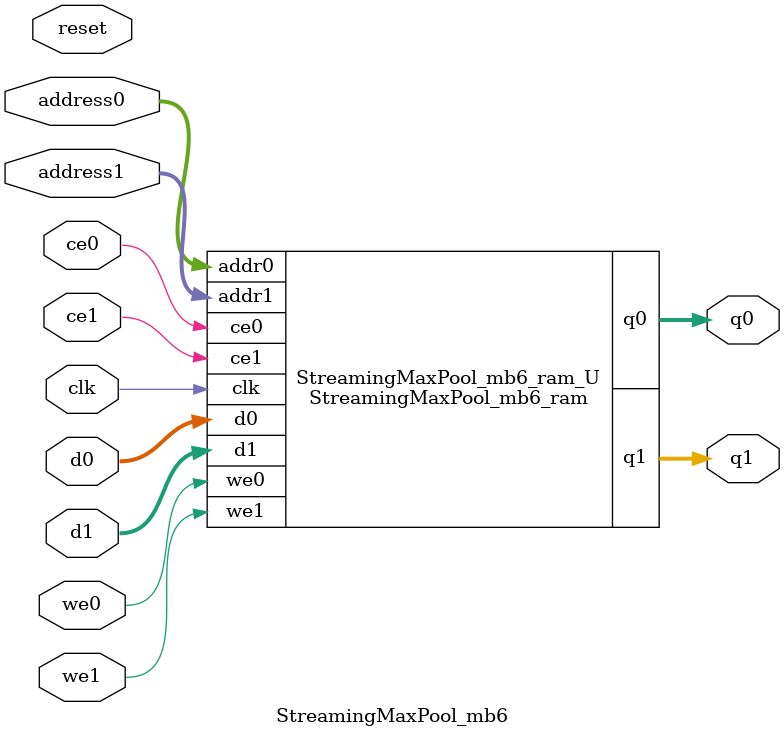
<source format=v>

`timescale 1 ns / 1 ps
module StreamingMaxPool_mb6_ram (addr0, ce0, d0, we0, q0, addr1, ce1, d1, we1, q1,  clk);

parameter DWIDTH = 8;
parameter AWIDTH = 8;
parameter MEM_SIZE = 256;

input[AWIDTH-1:0] addr0;
input ce0;
input[DWIDTH-1:0] d0;
input we0;
output reg[DWIDTH-1:0] q0;
input[AWIDTH-1:0] addr1;
input ce1;
input[DWIDTH-1:0] d1;
input we1;
output reg[DWIDTH-1:0] q1;
input clk;

(* ram_style = "block" *)reg [DWIDTH-1:0] ram[0:MEM_SIZE-1];




always @(posedge clk)  
begin 
    if (ce0) 
    begin
        if (we0) 
        begin 
            ram[addr0] <= d0; 
            q0 <= d0;
        end 
        else 
            q0 <= ram[addr0];
    end
end


always @(posedge clk)  
begin 
    if (ce1) 
    begin
        if (we1) 
        begin 
            ram[addr1] <= d1; 
            q1 <= d1;
        end 
        else 
            q1 <= ram[addr1];
    end
end


endmodule


`timescale 1 ns / 1 ps
module StreamingMaxPool_mb6(
    reset,
    clk,
    address0,
    ce0,
    we0,
    d0,
    q0,
    address1,
    ce1,
    we1,
    d1,
    q1);

parameter DataWidth = 32'd8;
parameter AddressRange = 32'd256;
parameter AddressWidth = 32'd8;
input reset;
input clk;
input[AddressWidth - 1:0] address0;
input ce0;
input we0;
input[DataWidth - 1:0] d0;
output[DataWidth - 1:0] q0;
input[AddressWidth - 1:0] address1;
input ce1;
input we1;
input[DataWidth - 1:0] d1;
output[DataWidth - 1:0] q1;



StreamingMaxPool_mb6_ram StreamingMaxPool_mb6_ram_U(
    .clk( clk ),
    .addr0( address0 ),
    .ce0( ce0 ),
    .we0( we0 ),
    .d0( d0 ),
    .q0( q0 ),
    .addr1( address1 ),
    .ce1( ce1 ),
    .we1( we1 ),
    .d1( d1 ),
    .q1( q1 ));

endmodule


</source>
